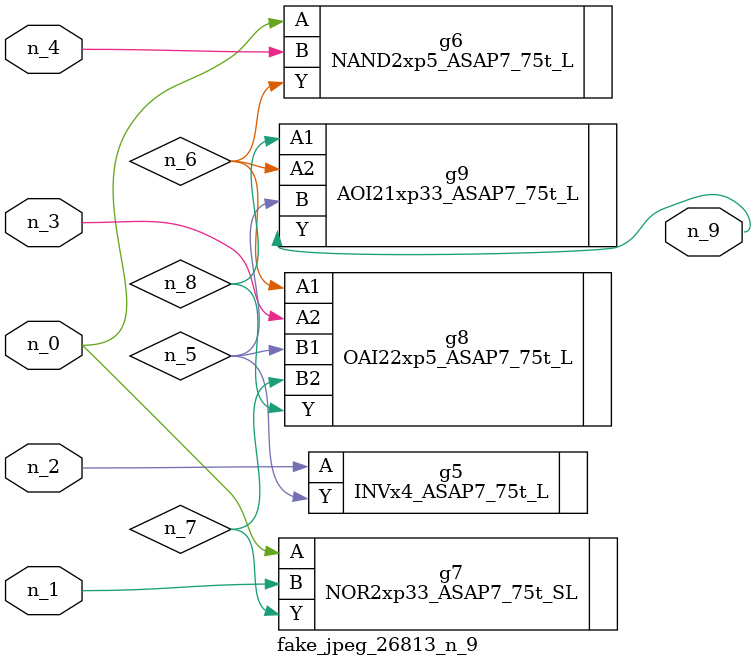
<source format=v>
module fake_jpeg_26813_n_9 (n_3, n_2, n_1, n_0, n_4, n_9);

input n_3;
input n_2;
input n_1;
input n_0;
input n_4;

output n_9;

wire n_8;
wire n_6;
wire n_5;
wire n_7;

INVx4_ASAP7_75t_L g5 ( 
.A(n_2),
.Y(n_5)
);

NAND2xp5_ASAP7_75t_L g6 ( 
.A(n_0),
.B(n_4),
.Y(n_6)
);

NOR2xp33_ASAP7_75t_SL g7 ( 
.A(n_0),
.B(n_1),
.Y(n_7)
);

OAI22xp5_ASAP7_75t_L g8 ( 
.A1(n_6),
.A2(n_3),
.B1(n_5),
.B2(n_7),
.Y(n_8)
);

AOI21xp33_ASAP7_75t_L g9 ( 
.A1(n_8),
.A2(n_6),
.B(n_5),
.Y(n_9)
);


endmodule
</source>
